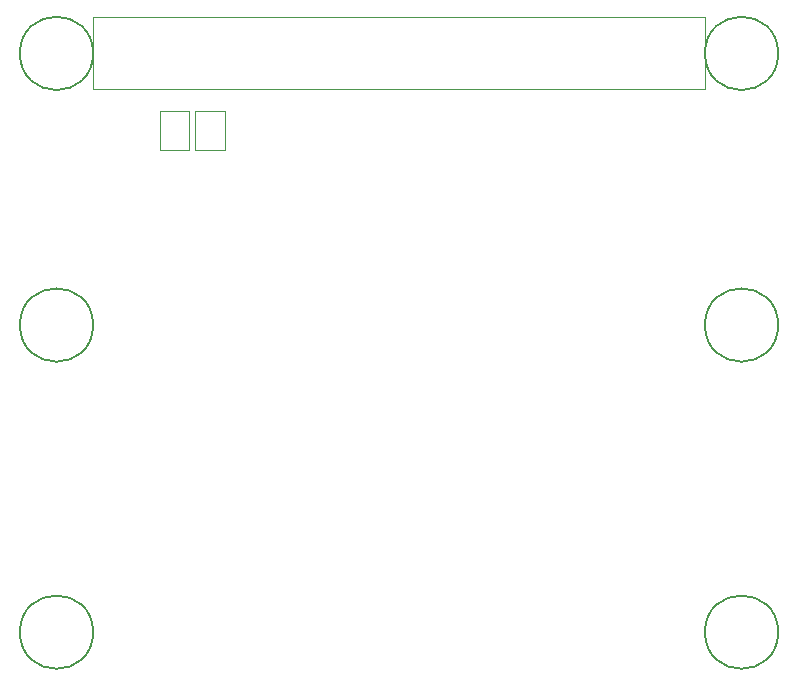
<source format=gbr>
G04 #@! TF.GenerationSoftware,KiCad,Pcbnew,(5.1.5-0-10_14)*
G04 #@! TF.CreationDate,2020-04-19T22:53:18-04:00*
G04 #@! TF.ProjectId,RPi-pHat-Thermocouple,5250692d-7048-4617-942d-546865726d6f,rev?*
G04 #@! TF.SameCoordinates,Original*
G04 #@! TF.FileFunction,Other,User*
%FSLAX46Y46*%
G04 Gerber Fmt 4.6, Leading zero omitted, Abs format (unit mm)*
G04 Created by KiCad (PCBNEW (5.1.5-0-10_14)) date 2020-04-19 22:53:18*
%MOMM*%
%LPD*%
G04 APERTURE LIST*
%ADD10C,0.150000*%
%ADD11C,0.050000*%
G04 APERTURE END LIST*
D10*
X77100000Y-77000000D02*
G75*
G03X77100000Y-77000000I-3100000J0D01*
G01*
X19100000Y-77000000D02*
G75*
G03X19100000Y-77000000I-3100000J0D01*
G01*
X19100000Y-51000000D02*
G75*
G03X19100000Y-51000000I-3100000J0D01*
G01*
X77100000Y-28000000D02*
G75*
G03X77100000Y-28000000I-3100000J0D01*
G01*
X77100000Y-51000000D02*
G75*
G03X77100000Y-51000000I-3100000J0D01*
G01*
X19100000Y-28000000D02*
G75*
G03X19100000Y-28000000I-3100000J0D01*
G01*
D11*
X19070000Y-24930000D02*
X19070000Y-31030000D01*
X19070000Y-31030000D02*
X70870000Y-31030000D01*
X70870000Y-31030000D02*
X70870000Y-24930000D01*
X70870000Y-24930000D02*
X19070000Y-24930000D01*
X30250000Y-36150000D02*
X30250000Y-32850000D01*
X30250000Y-36150000D02*
X27750000Y-36150000D01*
X27750000Y-32850000D02*
X30250000Y-32850000D01*
X27750000Y-32850000D02*
X27750000Y-36150000D01*
X24750000Y-32850000D02*
X24750000Y-36150000D01*
X24750000Y-32850000D02*
X27250000Y-32850000D01*
X27250000Y-36150000D02*
X24750000Y-36150000D01*
X27250000Y-36150000D02*
X27250000Y-32850000D01*
M02*

</source>
